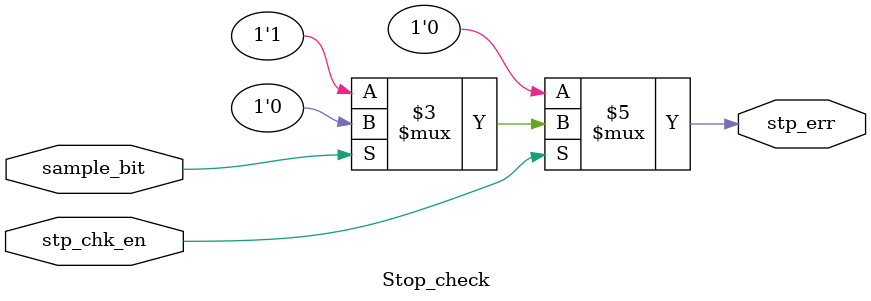
<source format=v>
`timescale 1ns / 1ps


module Stop_check(
     input stp_chk_en, 
     input sample_bit,
     output reg stp_err
    );
    always @(*)
    begin
        if (stp_chk_en)
         begin stp_err <= (sample_bit == 1'b1)? 1'b0 : 1'b1; end
        else
          begin  stp_err <= 1'b0 ; end
    end 
    
endmodule

</source>
